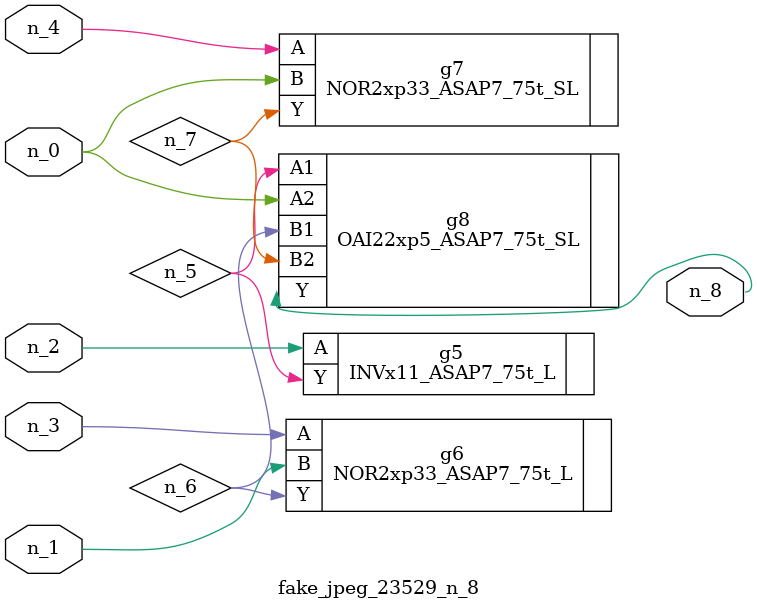
<source format=v>
module fake_jpeg_23529_n_8 (n_3, n_2, n_1, n_0, n_4, n_8);

input n_3;
input n_2;
input n_1;
input n_0;
input n_4;

output n_8;

wire n_6;
wire n_5;
wire n_7;

INVx11_ASAP7_75t_L g5 ( 
.A(n_2),
.Y(n_5)
);

NOR2xp33_ASAP7_75t_L g6 ( 
.A(n_3),
.B(n_1),
.Y(n_6)
);

NOR2xp33_ASAP7_75t_SL g7 ( 
.A(n_4),
.B(n_0),
.Y(n_7)
);

OAI22xp5_ASAP7_75t_SL g8 ( 
.A1(n_5),
.A2(n_0),
.B1(n_6),
.B2(n_7),
.Y(n_8)
);


endmodule
</source>
